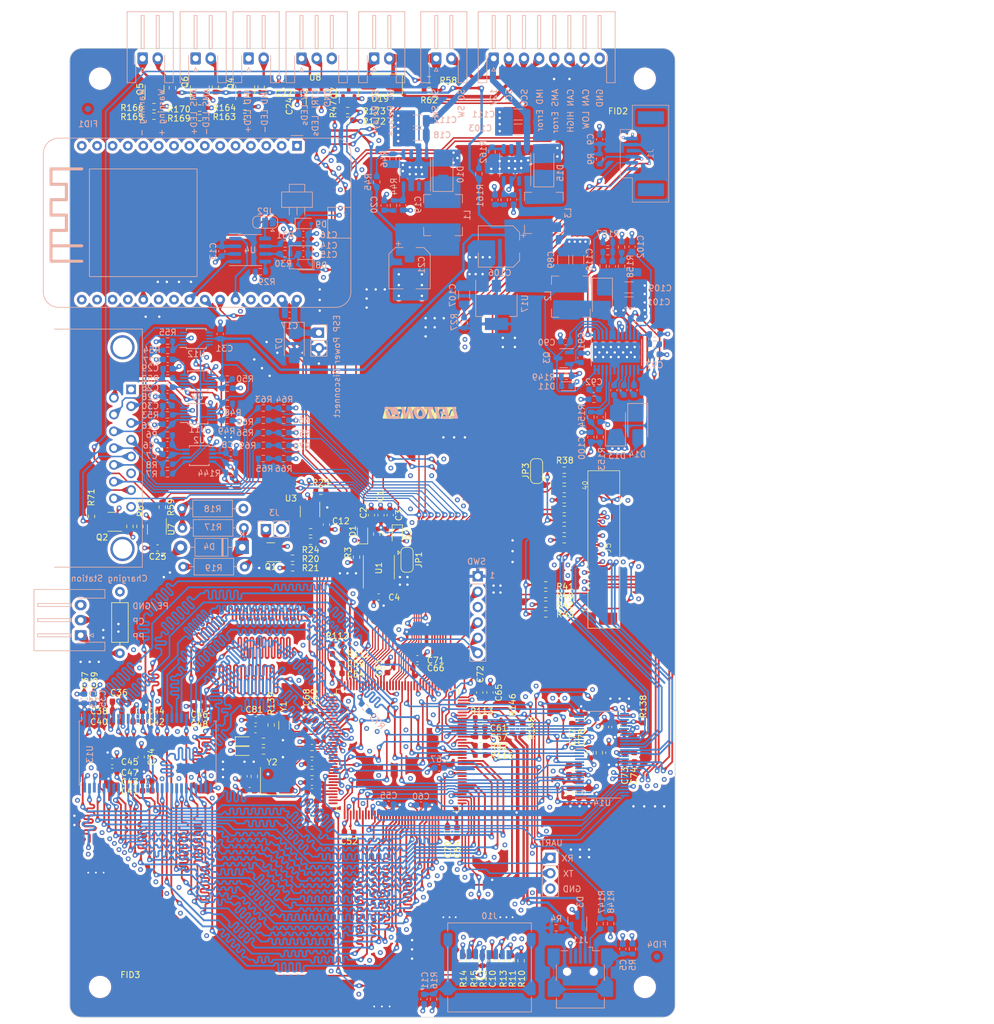
<source format=kicad_pcb>
(kicad_pcb
	(version 20240108)
	(generator "pcbnew")
	(generator_version "8.0")
	(general
		(thickness 1.632)
		(legacy_teardrops yes)
	)
	(paper "A4")
	(layers
		(0 "F.Cu" signal)
		(1 "In1.Cu" signal)
		(2 "In2.Cu" signal)
		(31 "B.Cu" signal)
		(32 "B.Adhes" user "B.Adhesive")
		(33 "F.Adhes" user "F.Adhesive")
		(34 "B.Paste" user)
		(35 "F.Paste" user)
		(36 "B.SilkS" user "B.Silkscreen")
		(37 "F.SilkS" user "F.Silkscreen")
		(38 "B.Mask" user)
		(39 "F.Mask" user)
		(40 "Dwgs.User" user "User.Drawings")
		(41 "Cmts.User" user "User.Comments")
		(42 "Eco1.User" user "User.Eco1")
		(43 "Eco2.User" user "User.Eco2")
		(44 "Edge.Cuts" user)
		(45 "Margin" user)
		(46 "B.CrtYd" user "B.Courtyard")
		(47 "F.CrtYd" user "F.Courtyard")
		(48 "B.Fab" user)
		(49 "F.Fab" user)
		(50 "User.1" user)
		(51 "User.2" user)
		(52 "User.3" user)
		(53 "User.4" user)
		(54 "User.5" user)
		(55 "User.6" user)
		(56 "User.7" user)
		(57 "User.8" user)
		(58 "User.9" user)
	)
	(setup
		(stackup
			(layer "F.SilkS"
				(type "Top Silk Screen")
				(material "Liquid Photo")
			)
			(layer "F.Paste"
				(type "Top Solder Paste")
			)
			(layer "F.Mask"
				(type "Top Solder Mask")
				(color "Green")
				(thickness 0.015)
				(material "Liquid Ink")
				(epsilon_r 3.3)
				(loss_tangent 0)
			)
			(layer "F.Cu"
				(type "copper")
				(thickness 0.035)
			)
			(layer "dielectric 1"
				(type "prepreg")
				(color "FR4 natural")
				(thickness 0.376)
				(material "2x7628")
				(epsilon_r 4.5)
				(loss_tangent 0.016)
			)
			(layer "In1.Cu"
				(type "copper")
				(thickness 0.035)
			)
			(layer "dielectric 2"
				(type "core")
				(thickness 0.71)
				(material "FR4")
				(epsilon_r 4.5)
				(loss_tangent 0.02)
			)
			(layer "In2.Cu"
				(type "copper")
				(thickness 0.035)
			)
			(layer "dielectric 3"
				(type "prepreg")
				(color "FR4 natural")
				(thickness 0.376)
				(material "2x7628")
				(epsilon_r 4.5)
				(loss_tangent 0.016)
			)
			(layer "B.Cu"
				(type "copper")
				(thickness 0.035)
			)
			(layer "B.Mask"
				(type "Bottom Solder Mask")
				(color "Green")
				(thickness 0.015)
				(material "Liquid Ink")
				(epsilon_r 3.3)
				(loss_tangent 0)
			)
			(layer "B.Paste"
				(type "Bottom Solder Paste")
			)
			(layer "B.SilkS"
				(type "Bottom Silk Screen")
				(material "Liquid Photo")
			)
			(copper_finish "None")
			(dielectric_constraints yes)
		)
		(pad_to_mask_clearance 0)
		(allow_soldermask_bridges_in_footprints no)
		(aux_axis_origin 52.964 184.436)
		(grid_origin 52.964 184.436)
		(pcbplotparams
			(layerselection 0x00010fc_ffffffff)
			(plot_on_all_layers_selection 0x0000000_00000000)
			(disableapertmacros no)
			(usegerberextensions no)
			(usegerberattributes yes)
			(usegerberadvancedattributes yes)
			(creategerberjobfile yes)
			(dashed_line_dash_ratio 12.000000)
			(dashed_line_gap_ratio 3.000000)
			(svgprecision 4)
			(plotframeref no)
			(viasonmask no)
			(mode 1)
			(useauxorigin no)
			(hpglpennumber 1)
			(hpglpenspeed 20)
			(hpglpendiameter 15.000000)
			(pdf_front_fp_property_popups yes)
			(pdf_back_fp_property_popups yes)
			(dxfpolygonmode yes)
			(dxfimperialunits yes)
			(dxfusepcbnewfont yes)
			(psnegative no)
			(psa4output no)
			(plotreference yes)
			(plotvalue yes)
			(plotfptext yes)
			(plotinvisibletext no)
			(sketchpadsonfab no)
			(subtractmaskfromsilk no)
			(outputformat 1)
			(mirror no)
			(drillshape 1)
			(scaleselection 1)
			(outputdirectory "")
		)
	)
	(net 0 "")
	(net 1 "/STM32_Main_CPU/CAN_Split")
	(net 2 "GND")
	(net 3 "+3V3")
	(net 4 "Net-(J11-Shield)")
	(net 5 "Net-(U2-EN)")
	(net 6 "+5V")
	(net 7 "Net-(J10-SHIELD)")
	(net 8 "/ESP_Module/CAN_Split")
	(net 9 "+VDC")
	(net 10 "Net-(U6-COMP)")
	(net 11 "Net-(C20-Pad1)")
	(net 12 "+5VP")
	(net 13 "Net-(U9-EXT_CAP)")
	(net 14 "Net-(U11-EXT_CAP)")
	(net 15 "/Netzteil_Frontend/I_Set")
	(net 16 "/Netzteil_Frontend/V_Set")
	(net 17 "/STM32_Main_CPU/NRST")
	(net 18 "Net-(U10A-VDD33VUSB)")
	(net 19 "Net-(C65-Pad1)")
	(net 20 "Net-(C70-Pad1)")
	(net 21 "Net-(C81-Pad2)")
	(net 22 "Net-(U10C-OSC32_OUT)")
	(net 23 "Net-(C83-Pad2)")
	(net 24 "Net-(U10C-OSC_OUT)")
	(net 25 "/Power_Supply/3V3_Display")
	(net 26 "Net-(U15-COMP)")
	(net 27 "Net-(C92-Pad2)")
	(net 28 "Net-(U15-C1+)")
	(net 29 "Net-(U15-C1-)")
	(net 30 "Net-(U15-C2+)")
	(net 31 "Net-(U15-C2-)")
	(net 32 "/Display_Connector/VCOM")
	(net 33 "Net-(U15-DRV)")
	(net 34 "Net-(D13-A)")
	(net 35 "/Display_Connector/VGH")
	(net 36 "/Display_Connector/AVDD")
	(net 37 "Net-(U15-FB1)")
	(net 38 "Net-(U15-REF)")
	(net 39 "/Display_Connector/VGL")
	(net 40 "Net-(U15-VCOMIN)")
	(net 41 "Net-(U16-COMP)")
	(net 42 "Net-(C105-Pad1)")
	(net 43 "Net-(D4-K)")
	(net 44 "/EV_IEC_Circuit/CP")
	(net 45 "Net-(D5-A)")
	(net 46 "Net-(D6-A)")
	(net 47 "Net-(D10-K)")
	(net 48 "Net-(D11-A)")
	(net 49 "Net-(D12-A)")
	(net 50 "Net-(D15-K)")
	(net 51 "Net-(D16-K)")
	(net 52 "Net-(D16-A)")
	(net 53 "Net-(D17-A)")
	(net 54 "Net-(D18-A)")
	(net 55 "/STM32_Main_CPU/SDA")
	(net 56 "/STM32_Main_CPU/SCL")
	(net 57 "/STM32_Main_CPU/Touch_NRST")
	(net 58 "/STM32_Main_CPU/Touch_INT")
	(net 59 "/EV_IEC_Circuit/PP")
	(net 60 "Net-(J3-Pin_1)")
	(net 61 "/STM32_Main_CPU/UART_RX_5")
	(net 62 "/STM32_Main_CPU/UART_TX_5")
	(net 63 "/Display_Connector/VDD")
	(net 64 "unconnected-(J5-Pin_4-Pad4)")
	(net 65 "/Display_Connector/Display_Reset")
	(net 66 "/Display_Connector/STDBY")
	(net 67 "/Display_Connector/RXIN0-")
	(net 68 "/Display_Connector/RXIN0+")
	(net 69 "/Display_Connector/RXIN1-")
	(net 70 "/Display_Connector/RXIN1+")
	(net 71 "/Display_Connector/RXIN2-")
	(net 72 "/Display_Connector/RXIN2+")
	(net 73 "/Display_Connector/RXCLKIN-")
	(net 74 "/Display_Connector/RXCLKIN+")
	(net 75 "/Display_Connector/RXIN3-")
	(net 76 "/Display_Connector/RXIN3+")
	(net 77 "unconnected-(J5-Pin_23-Pad23)")
	(net 78 "unconnected-(J5-Pin_24-Pad24)")
	(net 79 "unconnected-(J5-Pin_26-Pad26)")
	(net 80 "unconnected-(J5-Pin_27-Pad27)")
	(net 81 "/Display_Connector/SELB")
	(net 82 "/Display_Connector/L{slash}R")
	(net 83 "/Display_Connector/U{slash}D")
	(net 84 "unconnected-(J5-Pin_36-Pad36)")
	(net 85 "unconnected-(J5-Pin_37-Pad37)")
	(net 86 "/SC_AMS_Out")
	(net 87 "/SC_AMS_IN")
	(net 88 "/~{AMS_ERROR_LED}")
	(net 89 "/~{IMD_ERROR_LED}")
	(net 90 "Net-(J7-Pin_2)")
	(net 91 "/Netzteil_Frontend/I Monitor")
	(net 92 "/Netzteil_Frontend/CC_Status")
	(net 93 "/Netzteil_Frontend/Remote_Shutdown")
	(net 94 "/Netzteil_Frontend/VRef")
	(net 95 "/Netzteil_Frontend/V_Monitor")
	(net 96 "/Netzteil_Frontend/OT_Status")
	(net 97 "/Netzteil_Frontend/LIM_Status")
	(net 98 "/Netzteil_Frontend/DCFail_Status")
	(net 99 "/Netzteil_Frontend/ACFail_Status")
	(net 100 "/STM32_Main_CPU/SWCLK")
	(net 101 "/STM32_Main_CPU/SWDIO")
	(net 102 "/STM32_Main_CPU/Trace_SWO")
	(net 103 "Net-(J10-DAT2)")
	(net 104 "Net-(J10-DAT3{slash}CD)")
	(net 105 "/STM32_Main_CPU/SDCMD")
	(net 106 "/STM32_Main_CPU/SDCLK")
	(net 107 "/STM32_Main_CPU/SDD0")
	(net 108 "Net-(J10-DAT1)")
	(net 109 "Net-(J11-VBUS)")
	(net 110 "unconnected-(J11-ID-Pad4)")
	(net 111 "Net-(D19-A)")
	(net 112 "Net-(JP1-C)")
	(net 113 "Net-(JP2-C)")
	(net 114 "Net-(Q1-G)")
	(net 115 "Net-(Q2-G)")
	(net 116 "Net-(Q3-B)")
	(net 117 "Net-(Q4-G)")
	(net 118 "Net-(Q5-G)")
	(net 119 "Net-(Q6-G)")
	(net 120 "Net-(Q7-G)")
	(net 121 "Net-(U1-Rs)")
	(net 122 "/Netzteil_Frontend/SDA")
	(net 123 "/Netzteil_Frontend/SCL")
	(net 124 "/EV_IEC_Circuit/PWM_SENSE")
	(net 125 "/EV_IEC_Circuit/EV_Start_Charging")
	(net 126 "Net-(U3--)")
	(net 127 "Net-(R25-Pad1)")
	(net 128 "/EV_IEC_Circuit/Charging_Point_PWM")
	(net 129 "Net-(U10G-PF7)")
	(net 130 "Net-(U10G-PF6)")
	(net 131 "Net-(U4-Rs)")
	(net 132 "/Display_Connector/Left-Right")
	(net 133 "/Display_Connector/Up-Down")
	(net 134 "/Display_Connector/Standby")
	(net 135 "Net-(U6-FB)")
	(net 136 "Net-(U5-D21)")
	(net 137 "Net-(U11-ADDR)")
	(net 138 "Net-(U9-ADDR)")
	(net 139 "Net-(U9-W)")
	(net 140 "Net-(U11-W)")
	(net 141 "Net-(U12-ADDR)")
	(net 142 "/Netzteil_Frontend/LIM_Status_3V3")
	(net 143 "Net-(R58-Pad2)")
	(net 144 "/Netzteil_Frontend/RSD_MCU")
	(net 145 "Net-(R59-Pad2)")
	(net 146 "/Netzteil_Frontend/OT_Status_3V3")
	(net 147 "/Netzteil_Frontend/CC_Status_3V3")
	(net 148 "/Netzteil_Frontend/ACFAIL_3V3")
	(net 149 "Net-(R67-Pad1)")
	(net 150 "/Netzteil_Frontend/DCFAIL_3V3")
	(net 151 "+12V")
	(net 152 "Net-(U10B-Boot0)")
	(net 153 "/STM32_Main_CPU/A4")
	(net 154 "/STM32_Main_CPU/A7")
	(net 155 "/STM32_Main_CPU/A11")
	(net 156 "/STM32_Main_CPU/CKE")
	(net 157 "/STM32_Main_CPU/~{CAS}")
	(net 158 "/STM32_Main_CPU/~{WE}")
	(net 159 "/STM32_Main_CPU/~{CS}")
	(net 160 "/STM32_Main_CPU/~{RAS}")
	(net 161 "Net-(U10D-FMC_SDCLK)")
	(net 162 "/STM32_Main_CPU/SD_CLK")
	(net 163 "/STM32_Main_CPU/D0")
	(net 164 "/STM32_Main_CPU/D1")
	(net 165 "/STM32_Main_CPU/D2")
	(net 166 "/STM32_Main_CPU/D3")
	(net 167 "/STM32_Main_CPU/D4")
	(net 168 "/STM32_Main_CPU/D5")
	(net 169 "/STM32_Main_CPU/D6")
	(net 170 "/STM32_Main_CPU/D7")
	(net 171 "/STM32_Main_CPU/D8")
	(net 172 "/STM32_Main_CPU/D9")
	(net 173 "/STM32_Main_CPU/D10")
	(net 174 "/STM32_Main_CPU/D11")
	(net 175 "/STM32_Main_CPU/D12")
	(net 176 "/STM32_Main_CPU/D13")
	(net 177 "/STM32_Main_CPU/D14")
	(net 178 "/STM32_Main_CPU/D15")
	(net 179 "/STM32_Main_CPU/BA0")
	(net 180 "/STM32_Main_CPU/BA1")
	(net 181 "/STM32_Main_CPU/A0")
	(net 182 "/STM32_Main_CPU/A1")
	(net 183 "/STM32_Main_CPU/A2")
	(net 184 "/STM32_Main_CPU/A3")
	(net 185 "/STM32_Main_CPU/A5")
	(net 186 "/STM32_Main_CPU/A6")
	(net 187 "/STM32_Main_CPU/A8")
	(net 188 "/STM32_Main_CPU/A9")
	(net 189 "/STM32_Main_CPU/A10")
	(net 190 "/STM32_Main_CPU/A12")
	(net 191 "Net-(U10B-PWR_DR_ON)")
	(net 192 "Net-(U10E-LTDC_B5)")
	(net 193 "Net-(U10E-LTDC_CLK)")
	(net 194 "Net-(U14-CLKIN)")
	(net 195 "Net-(U10E-LTDC_VSYNC)")
	(net 196 "Net-(U10E-LTDC_DE)")
	(net 197 "Net-(U10E-LTDC_HSYNC)")
	(net 198 "Net-(U10E-LTDC_R2)")
	(net 199 "Net-(U10E-LTDC_R3)")
	(net 200 "Net-(U10E-LTDC_R4)")
	(net 201 "Net-(U10E-LTDC_R5)")
	(net 202 "Net-(U10E-LTDC_R6)")
	(net 203 "Net-(U10E-LTDC_R7)")
	(net 204 "Net-(U10E-LTDC_G2)")
	(net 205 "Net-(U10E-LTDC_G3)")
	(net 206 "Net-(U10E-LTDC_G4)")
	(net 207 "Net-(U10E-LTDC_G5)")
	(net 208 "Net-(U10E-LTDC_G6)")
	(net 209 "Net-(U10E-LTDC_G7)")
	(net 210 "Net-(U10E-LTDC_B2)")
	(net 211 "Net-(U10E-LTDC_B3)")
	(net 212 "Net-(U10E-LTDC_B4)")
	(net 213 "Net-(U10E-LTDC_B6)")
	(net 214 "Net-(U10E-LTDC_B7)")
	(net 215 "Net-(U14-CLKSEL)")
	(net 216 "Net-(U14-~{SHTDN})")
	(net 217 "Net-(U10C-OSC32_IN)")
	(net 218 "Net-(U10C-OSC_IN)")
	(net 219 "Net-(U10F-USB_OTG_HS_DP)")
	(net 220 "Net-(U10F-USB_OTG_HS_DM)")
	(net 221 "Net-(U10F-USB_OTG_HS_VBUS)")
	(net 222 "Net-(U15-FB3)")
	(net 223 "Net-(U15-FB2)")
	(net 224 "Net-(R155-Pad2)")
	(net 225 "Net-(U16-FB)")
	(net 226 "/SCS_Indicators_and_Buttons/Charger_Warning_LED")
	(net 227 "/STM32_Main_CPU/USB+")
	(net 228 "/STM32_Main_CPU/CAN_TX")
	(net 229 "/STM32_Main_CPU/CAN_RX")
	(net 230 "/ESP_Module/CAN_TX")
	(net 231 "/ESP_Module/CAN_RX")
	(net 232 "unconnected-(U5-VIN-Pad1)")
	(net 233 "unconnected-(U5-D13-Pad3)")
	(net 234 "unconnected-(U5-D12-Pad4)")
	(net 235 "unconnected-(U5-D14-Pad5)")
	(net 236 "unconnected-(U5-D27-Pad6)")
	(net 237 "unconnected-(U5-D26-Pad7)")
	(net 238 "unconnected-(U5-D25-Pad8)")
	(net 239 "unconnected-(U5-D33-Pad9)")
	(net 240 "unconnected-(U5-D32-Pad10)")
	(net 241 "unconnected-(U5-D35-Pad11)")
	(net 242 "unconnected-(U5-D34-Pad12)")
	(net 243 "unconnected-(U5-D39{slash}VN-Pad13)")
	(net 244 "unconnected-(U5-D36{slash}VP-Pad14)")
	(net 245 "unconnected-(U5-EN-Pad15)")
	(net 246 "unconnected-(U5-D23-Pad16)")
	(net 247 "unconnected-(U5-D22-Pad17)")
	(net 248 "unconnected-(U5-TX0{slash}D1-Pad18)")
	(net 249 "unconnected-(U5-RX0{slash}D3-Pad19)")
	(net 250 "unconnected-(U5-D19-Pad21)")
	(net 251 "unconnected-(U5-D18-Pad22)")
	(net 252 "/ESP_Module/ESP_TX")
	(net 253 "/ESP_Module/ESP_RX")
	(net 254 "unconnected-(U5-D2-Pad27)")
	(net 255 "unconnected-(U5-D15-Pad28)")
	(net 256 "unconnected-(U6-SYNC-Pad2)")
	(net 257 "unconnected-(U6-VREF-Pad6)")
	(net 258 "unconnected-(U8-NC-Pad1)")
	(net 259 "unconnected-(U10G-PE4-Pad3)")
	(net 260 "unconnected-(U10G-PC13-Pad7)")
	(net 261 "unconnected-(U10F-I2S6_WS-Pad34)")
	(net 262 "unconnected-(U10G-PA2-Pad36)")
	(net 263 "unconnected-(U10G-PC5-Pad45)")
	(net 264 "unconnected-(U10G-PB2-Pad48)")
	(net 265 "unconnected-(U10G-PD11-Pad80)")
	(net 266 "unconnected-(U10G-PG3-Pad88)")
	(net 267 "unconnected-(U10G-PG6-Pad91)")
	(net 268 "unconnected-(U10C-I2S_CKIN-Pad99)")
	(net 269 "/STM32_Main_CPU/FMC_NBL0")
	(net 270 "/STM32_Main_CPU/FMC_NBL1")
	(net 271 "unconnected-(U12-ALERT{slash}RDY-Pad2)")
	(net 272 "unconnected-(U12-AIN1-Pad5)")
	(net 273 "unconnected-(U12-AIN3-Pad7)")
	(net 274 "unconnected-(U13-NC-Pad40)")
	(net 275 "unconnected-(U16-SYNC-Pad2)")
	(net 276 "unconnected-(U16-VREF-Pad6)")
	(net 277 "/STM32_Main_CPU/USB-")
	(net 278 "unconnected-(U10G-PF9-Pad21)")
	(net 279 "unconnected-(J8-Pad6)")
	(net 280 "unconnected-(U10G-PD12-Pad81)")
	(net 281 "unconnected-(U10G-PD13-Pad82)")
	(net 282 "unconnected-(U10G-PF8-Pad20)")
	(net 283 "Net-(C107-Pad1)")
	(net 284 "/STM32_Main_CPU/Charger_Relay")
	(net 285 "/CAN_+")
	(net 286 "/CAN_-")
	(net 287 "Net-(D7-K)")
	(footprint "Capacitor_SMD:C_0603_1608Metric" (layer "F.Cu") (at 93.508 134.624 -90))
	(footprint "Resistor_SMD:R_0603_1608Metric" (layer "F.Cu") (at 112.325 31.375))
	(footprint "Capacitor_SMD:C_0603_1608Metric" (layer "F.Cu") (at 141.4632 136.5036 -90))
	(footprint "Capacitor_SMD:C_0603_1608Metric" (layer "F.Cu") (at 92.980088 145.636 180))
	(footprint "Resistor_SMD:R_0603_1608Metric" (layer "F.Cu") (at 74.4242 35.8802 180))
	(footprint "Capacitor_SMD:C_0603_1608Metric" (layer "F.Cu") (at 115.352 153.8642 -90))
	(footprint "Diode_SMD:D_SOD-323" (layer "F.Cu") (at 101.327 104.6646 90))
	(footprint "Capacitor_SMD:C_0603_1608Metric" (layer "F.Cu") (at 92.980088 150.3604 180))
	(footprint "Capacitor_SMD:C_0603_1608Metric" (layer "F.Cu") (at 60.789 133.882 180))
	(footprint "Capacitor_SMD:C_0603_1608Metric" (layer "F.Cu") (at 88.25 30.5 180))
	(footprint "Resistor_SMD:R_0603_1608Metric" (layer "F.Cu") (at 96.436 31.6515 90))
	(footprint "Capacitor_SMD:C_0603_1608Metric" (layer "F.Cu") (at 122.3746 130.801 90))
	(footprint "Capacitor_SMD:C_0603_1608Metric" (layer "F.Cu") (at 110.399 125.226))
	(footprint "Package_SO:SOIC-8_3.9x4.9mm_P1.27mm" (layer "F.Cu") (at 104.0194 110.1312 90))
	(footprint "Resistor_SMD:R_0603_1608Metric" (layer "F.Cu") (at 98.8722 34.7104 180))
	(footprint "Diode_SMD:D_SMA" (layer "F.Cu") (at 104.388 30.336 180))
	(footprint "Resistor_SMD:R_0603_1608Metric" (layer "F.Cu") (at 100.3364 108.4528 -90))
	(footprint "Capacitor_SMD:C_0603_1608Metric" (layer "F.Cu") (at 56.932 131.836 90))
	(footprint "Capacitor_SMD:C_0603_1608Metric" (layer "F.Cu") (at 97.164 126.036 180))
	(footprint "Capacitor_SMD:C_0603_1608Metric" (layer "F.Cu") (at 74.364 134.636 180))
	(footprint "Resistor_SMD:R_0603_1608Metric" (layer "F.Cu") (at 89.764 108.636 180))
	(footprint "Package_TO_SOT_SMD:SOT-23" (layer "F.Cu") (at 99.05 31.8125 90))
	(footprint "Resistor_SMD:R_0603_1608Metric" (layer "F.Cu") (at 124.314 175.111 90))
	(footprint "Capacitor_SMD:C_0603_1608Metric" (layer "F.Cu") (at 120.7754 138.0784))
	(footprint "Diode_SMD:D_SOD-323" (layer "F.Cu") (at 107.0674 104.7322 -90))
	(footprint "Package_QFP:LQFP-144_20x20mm_P0.5mm" (layer "F.Cu") (at 107.1224 140.3644))
	(footprint "Resistor_SMD:R_0603_1608Metric" (layer "F.Cu") (at 84.961 140.466 180))
	(footprint "Resistor_SMD:R_0603_1608Metric" (layer "F.Cu") (at 74.4242 34.3054))
	(footprint "Capacitor_SMD:C_0603_1608Metric" (layer "F.Cu") (at 91.984 134.624 -90))
	(footprint "Resistor_SMD:R_0603_1608Metric" (layer "F.Cu") (at 120.7754 135.0304 180))
	(footprint "Resistor_SMD:R_0603_1608Metric" (layer "F.Cu") (at 134.656 103.89))
	(footprint "Resistor_SMD:R_0603_1608Metric" (layer "F.Cu") (at 134.656 94.086))
	(footprint "Resistor_SMD:R_0603_1608Metric"
		(layer "F.Cu")
		(uuid "4117fe7a-2ffc-4653-92fe-36afd280c8c1")
		(at 83.4496 144.6716 90)
		(descr "Resistor SMD 0603 (1608 Metric), square (rectangular) end terminal, IPC_7351 nominal, (Body size source: IPC-SM-782 page 72, https://www.pcb-3d.com/wordpress/wp-content/uploads/ipc-sm-782a_amendment_1_and_2.pdf), generated with kicad-footprint-generator")
		(tags "resistor")
		(property "Reference" "R140"
			(at 2.9076 0.5024 90)
			(layer "F.SilkS")
			(hide yes)
			(uuid "2f9433ef-d8a7-4205-8916-416a009ed60f")
			(effects
				(font
					(size 1 1)
					(thickness 0.15)
				)
			)
		)
		(property "Value" "DNP"
			(at 0 1.43 90)
			(layer "F.Fab")
			(uuid "44d82cca-cac8-4174-bb80-3cda30c2ba99")
			(effects
				(font
					(size 1 1)
					(thickness 0.15)
				)
			)
		)
		(property "Footprint" ""
			(at 0 0 90)
			(layer "F.Fab")
			(hide yes)
			(uuid "c97ae298-dde2-4823-9a07-8ceec4deaae7")
			(effects
				(font
					(size 1.27 1.27)
					(thickness 0.15)
				)
			)
		)
		(property "Datasheet" ""
			(at 0 0 90)
			(layer "F.Fab")
			(hide yes)
			(uuid "d9b12bf9-ba5a-41f9-8bb5-363554963702")
			(effects
				(font
					(size 1.27 1.27)
					(thickness 0.15)
				)
			)
		)
		(property "Description" "Resistor"
			(at 0 0 90)
			(layer "F.Fab")
			(hide yes)
			(uuid "674901eb-8f6f-42ba-95b0-83d14e5d39fa")
			(effects
				(font
					(size 1.27 1.27)
					(thickness 0.15)
				)
			)
		)
		(property "dnp" ""
			(at 228.1212 61.222 0)
			(layer "F.Fab")
			(hide yes)
			(uuid "9003fb08-3da4-4894-b364-1619c7979c8e")
			(effects
				(font
					(size 1 1)
					(thickness 0.15)
				)
			)
		)
		(path "/cef81ed1-b993-44f5-a61c-5035b25226e1/ff812116-a686-4de6-8fda-f138e71bc975")
		(sheetname "STM32_Main_CPU")
		(sheetfile "STM32_Main_CPU.kicad_sch")
		(attr smd)
		(fp_line
			(start -0.237258 -0.5225)
			(end 0.237258 -0.5225)
			(stroke
				(width 0.12)
				(type solid)
			)
			(layer "F.SilkS")
			(uuid "91a88055-98fa-4a56-8d7c-a473f70bd2ac")
		)
		(fp_line
			(start -0.237258 0.5225)
			(end 0.237258 0.5225)
			(stroke
				(width 0.12)
				(type solid)
			)
			(layer "F.SilkS")
			(uuid "9f093234-9e69-495b-bd8c-8f4fe884b840")
		)
		(fp_line
			(start 1.48 -0.73)
			(end 1.48 0.73)
			(stroke
				(width 0.05)
				(type solid)
			)
			(layer "F.CrtYd")
			(uu
... [8274486 chars truncated]
</source>
